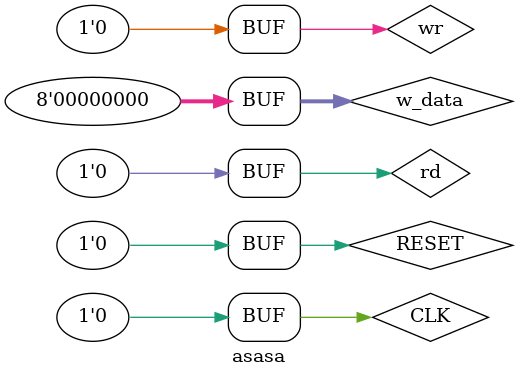
<source format=v>
`timescale 1ns / 1ps


module asasa;

	// Inputs
	reg CLK;
	reg RESET;
	reg wr;
	reg rd;
	reg [7:0] w_data;

	// Outputs
	wire empty;
	wire full;
	wire [7:0] r_data;

	// Instantiate the Unit Under Test (UUT)
	FIFO uut (
		.CLK(CLK), 
		.RESET(RESET), 
		.wr(wr), 
		.rd(rd), 
		.w_data(w_data), 
		.empty(empty), 
		.full(full), 
		.r_data(r_data)
	);

	initial begin
		// Initialize Inputs
		CLK = 0;
		RESET = 0;
		wr = 0;
		rd = 0;
		w_data = 0;

		// Wait 100 ns for global reset to finish
		#100;
        
		// Add stimulus here

	end
      
endmodule


</source>
